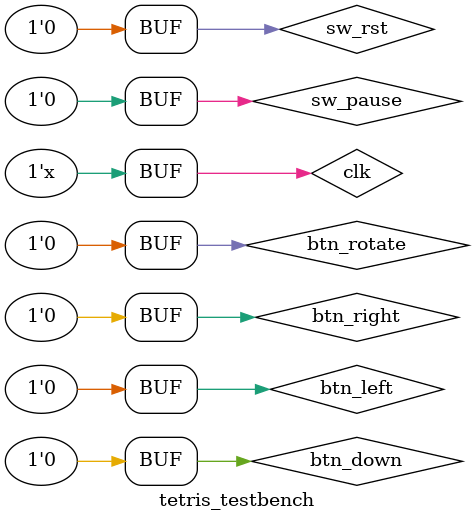
<source format=v>

`timescale 1ns / 1ps


module tetris_testbench;
  reg X;
  reg clk;
  reg btn_drop;
  reg btn_left;
  reg btn_right;
  reg btn_down;
  reg btn_rotate;
  reg sw_pause;
  reg sw_rst;
  wire [7:0] rgb;
  wire hsync;
  wire vsync;
  
  top_level_module t1(
    .clk_too_fast(clk),
    .btn_drop(btn_drop),
    .btn_rotate(btn_rotate),
    .btn_left(btn_left),
    .btn_right(btn_right),
    .btn_down(btn_down),
    .sw_pause(sw_pause),
    .sw_rst(sw_rst),
    .rgb(rgb),
    .hsync(hsync),
    .vsync(vsync),
    .seg(seg),
    );
    
  initial begin
    btn_drop <= 1'b1;
    btn_left <= 1'b0;
    btn_right <= 1'b0;
    btn_down <= 1'b0;
    btn_rotate <= 1'b0;
    sw_pause <= 1'b0;
    sw_rst <= 1'b0;
    clk <= 1'b0;
  end 
  
  always 
    #3 clk <= ~clk;
    
  always @(posedge clk) begin
    #6  
    btn_drop <= 1'b1;
  end


endmodule

</source>
